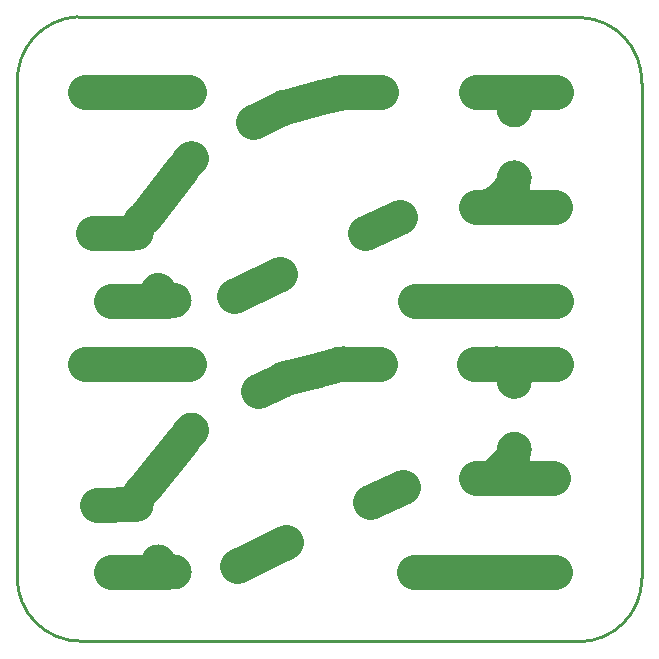
<source format=gm1>
G04*
G04 #@! TF.GenerationSoftware,Altium Limited,Altium Designer,23.2.1 (34)*
G04*
G04 Layer_Color=16711935*
%FSLAX44Y44*%
%MOMM*%
G71*
G04*
G04 #@! TF.SameCoordinates,96D2EB81-E719-42E9-B1B6-D61F4878D9FD*
G04*
G04*
G04 #@! TF.FilePolarity,Positive*
G04*
G01*
G75*
%ADD47C,0.2540*%
%ADD48C,3.0000*%
D47*
X217171Y-264653D02*
G03*
X270795Y-210819I-118J53742D01*
G01*
X270608Y208316D02*
G03*
X218774Y263901I-53710J1876D01*
G01*
X-207022Y264549D02*
G03*
X-257878Y208067I2813J-53669D01*
G01*
X-258098Y-210417D02*
G03*
X-204355Y-264160I53742J0D01*
G01*
X217171D01*
X270608Y-210819D02*
X270608Y208316D01*
X-207022Y264160D02*
X218774D01*
X-258098Y-210417D02*
Y207992D01*
X217171Y-264653D02*
G03*
X270795Y-210819I-118J53742D01*
G01*
X270608Y208316D02*
G03*
X218774Y263901I-53710J1876D01*
G01*
X-207022Y264549D02*
G03*
X-257878Y208067I2813J-53669D01*
G01*
X-258098Y-210417D02*
G03*
X-204355Y-264160I53742J0D01*
G01*
X217171D01*
X270608Y-210819D02*
X270608Y208316D01*
X-207022Y264160D02*
X218774D01*
X-258098Y-210417D02*
Y207992D01*
D48*
X-153419Y91622D02*
G03*
X-157240Y81620I11179J-10002D01*
G01*
X-138751Y-197016D02*
G03*
X-125240Y-205500I13511J6516D01*
G01*
X162760Y185620D02*
G03*
X147760Y200620I-15000J0D01*
G01*
X162760Y185620D02*
G03*
X147760Y200620I-15000J0D01*
G01*
X158367Y117622D02*
G03*
X162760Y128229I-10607J10607D01*
G01*
X158367Y117622D02*
G03*
X162760Y128229I-10607J10607D01*
G01*
X138401Y103870D02*
G03*
X149008Y108263I0J15000D01*
G01*
X138401Y103870D02*
G03*
X149008Y108263I0J15000D01*
G01*
X18291Y200620D02*
G03*
X14505Y200135I0J-15000D01*
G01*
X18291Y200620D02*
G03*
X14490Y200131I0J-15000D01*
G01*
X-31174Y188220D02*
G03*
X-33834Y187253I3771J-14519D01*
G01*
X-31189Y188216D02*
G03*
X-33851Y187245I3786J-14515D01*
G01*
X162760Y-44250D02*
G03*
X147760Y-29250I-15000J0D01*
G01*
X162760Y-44250D02*
G03*
X147760Y-29250I-15000J0D01*
G01*
X158367Y-112248D02*
G03*
X162760Y-101641I-10607J10607D01*
G01*
X138401Y-126000D02*
G03*
X149008Y-121607I0J15000D01*
G01*
X158367Y-112248D02*
G03*
X162760Y-101641I-10607J10607D01*
G01*
X138401Y-126000D02*
G03*
X149008Y-121607I0J15000D01*
G01*
X18291Y-29250D02*
G03*
X14505Y-29735I0J-15000D01*
G01*
X-31174Y-41650D02*
G03*
X-33834Y-42617I3771J-14519D01*
G01*
X18291Y-29250D02*
G03*
X14490Y-29739I0J-15000D01*
G01*
X-31189Y-41654D02*
G03*
X-33851Y-42625I3786J-14515D01*
G01*
X-110483Y144434D02*
G03*
X-112974Y141964I9243J-11814D01*
G01*
X-110491Y144428D02*
G03*
X-112983Y141953I9251J-11808D01*
G01*
X-138751Y32854D02*
G03*
X-125240Y24370I13511J6516D01*
G01*
X-138751Y32854D02*
G03*
X-125240Y24370I13511J6516D01*
G01*
X-110491Y-85442D02*
G03*
X-112983Y-87917I9251J-11808D01*
G01*
X-138751Y-197016D02*
G03*
X-125240Y-205500I13511J6516D01*
G01*
X-153408Y-138236D02*
G03*
X-157240Y-148250I11168J-10014D01*
G01*
X-153419Y-138248D02*
G03*
X-157240Y-148250I11179J-10002D01*
G01*
X78740Y24130D02*
X198120D01*
X-74670Y28109D02*
X-35560Y46990D01*
X-200660Y-29250D02*
X-113030D01*
X-200660Y200620D02*
X-113030D01*
X77470Y-205740D02*
X196850D01*
X-194317Y81357D02*
X-162070Y81520D01*
X130175Y103870D02*
X196850D01*
X130175Y200620D02*
X198120D01*
X128905Y-29250D02*
X198120D01*
X130175Y-126000D02*
X195580D01*
X-190507Y-148513D02*
X-158260Y-148350D01*
X-179070Y24130D02*
X-131590D01*
X-179070Y-205740D02*
X-131590D01*
X16370Y200620D02*
X50165D01*
X14490Y200131D02*
X16370Y200620D01*
X-72390Y-200660D02*
X-30480Y-180340D01*
X-150199Y95216D02*
X-118179Y135428D01*
X-149860Y-133350D02*
X-117560Y-93665D01*
X40666Y-146650D02*
X68367Y-133350D01*
X36376Y81160D02*
X65722Y95250D01*
X18291Y-29250D02*
X48895D01*
X-58169Y175705D02*
X-33851Y187245D01*
X-53863Y-52122D02*
X-33851Y-42625D01*
X149008Y108263D02*
X156950Y116205D01*
X-522Y196215D02*
X14490Y200131D01*
X-31174Y188220D02*
X-522Y196215D01*
X149008Y-121607D02*
X156950Y-113665D01*
X14490Y-29739D02*
X14505Y-29735D01*
X-522Y-33655D02*
X14490Y-29739D01*
X-31174Y-41650D02*
X-3810Y-34513D01*
X-31189Y188216D02*
X-31174Y188220D01*
X-33851Y187245D02*
X-33834Y187253D01*
X-31189Y-41654D02*
X-31174Y-41650D01*
X-33851Y-42625D02*
X-33834Y-42617D01*
M02*

</source>
